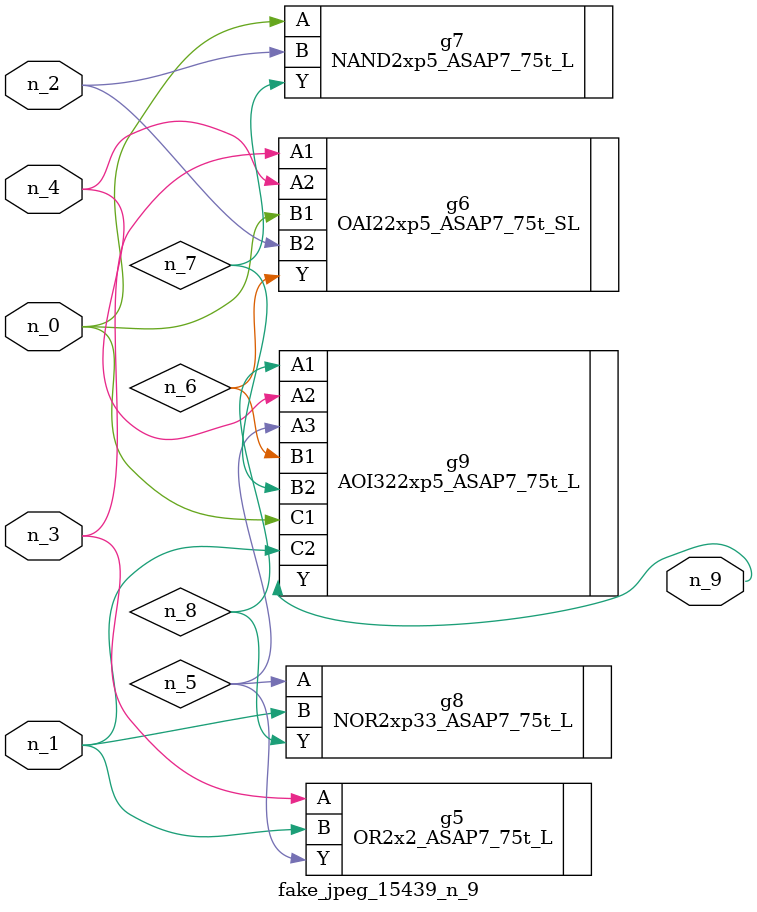
<source format=v>
module fake_jpeg_15439_n_9 (n_3, n_2, n_1, n_0, n_4, n_9);

input n_3;
input n_2;
input n_1;
input n_0;
input n_4;

output n_9;

wire n_8;
wire n_6;
wire n_5;
wire n_7;

OR2x2_ASAP7_75t_L g5 ( 
.A(n_3),
.B(n_1),
.Y(n_5)
);

OAI22xp5_ASAP7_75t_SL g6 ( 
.A1(n_3),
.A2(n_4),
.B1(n_0),
.B2(n_2),
.Y(n_6)
);

NAND2xp5_ASAP7_75t_L g7 ( 
.A(n_0),
.B(n_2),
.Y(n_7)
);

NOR2xp33_ASAP7_75t_L g8 ( 
.A(n_5),
.B(n_1),
.Y(n_8)
);

AOI322xp5_ASAP7_75t_L g9 ( 
.A1(n_8),
.A2(n_4),
.A3(n_5),
.B1(n_6),
.B2(n_7),
.C1(n_0),
.C2(n_1),
.Y(n_9)
);


endmodule
</source>
